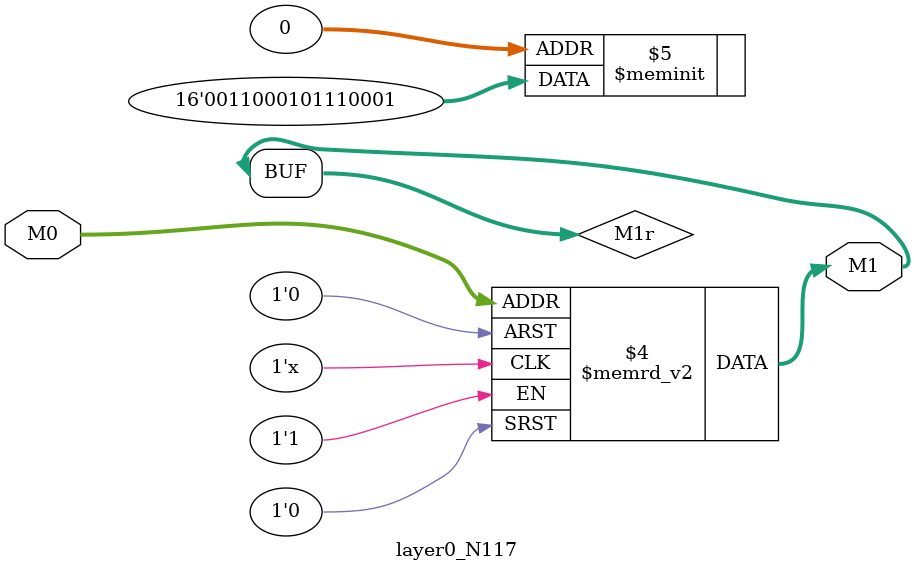
<source format=v>
module layer0_N117 ( input [2:0] M0, output [1:0] M1 );

	(*rom_style = "distributed" *) reg [1:0] M1r;
	assign M1 = M1r;
	always @ (M0) begin
		case (M0)
			3'b000: M1r = 2'b01;
			3'b100: M1r = 2'b01;
			3'b010: M1r = 2'b11;
			3'b110: M1r = 2'b11;
			3'b001: M1r = 2'b00;
			3'b101: M1r = 2'b00;
			3'b011: M1r = 2'b01;
			3'b111: M1r = 2'b00;

		endcase
	end
endmodule

</source>
